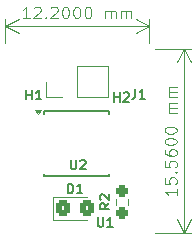
<source format=gbr>
%TF.GenerationSoftware,KiCad,Pcbnew,8.0.1*%
%TF.CreationDate,2025-01-22T18:04:17-07:00*%
%TF.ProjectId,AlcoholSensor,416c636f-686f-46c5-9365-6e736f722e6b,rev?*%
%TF.SameCoordinates,Original*%
%TF.FileFunction,Legend,Top*%
%TF.FilePolarity,Positive*%
%FSLAX46Y46*%
G04 Gerber Fmt 4.6, Leading zero omitted, Abs format (unit mm)*
G04 Created by KiCad (PCBNEW 8.0.1) date 2025-01-22 18:04:17*
%MOMM*%
%LPD*%
G01*
G04 APERTURE LIST*
G04 Aperture macros list*
%AMRoundRect*
0 Rectangle with rounded corners*
0 $1 Rounding radius*
0 $2 $3 $4 $5 $6 $7 $8 $9 X,Y pos of 4 corners*
0 Add a 4 corners polygon primitive as box body*
4,1,4,$2,$3,$4,$5,$6,$7,$8,$9,$2,$3,0*
0 Add four circle primitives for the rounded corners*
1,1,$1+$1,$2,$3*
1,1,$1+$1,$4,$5*
1,1,$1+$1,$6,$7*
1,1,$1+$1,$8,$9*
0 Add four rect primitives between the rounded corners*
20,1,$1+$1,$2,$3,$4,$5,0*
20,1,$1+$1,$4,$5,$6,$7,0*
20,1,$1+$1,$6,$7,$8,$9,0*
20,1,$1+$1,$8,$9,$2,$3,0*%
G04 Aperture macros list end*
%ADD10C,0.100000*%
%ADD11C,0.150000*%
%ADD12C,0.120000*%
%ADD13C,2.500000*%
%ADD14RoundRect,0.237500X0.237500X-0.250000X0.237500X0.250000X-0.237500X0.250000X-0.237500X-0.250000X0*%
%ADD15R,1.700000X0.650000*%
%ADD16RoundRect,0.250000X-0.325000X-0.450000X0.325000X-0.450000X0.325000X0.450000X-0.325000X0.450000X0*%
%ADD17R,1.700000X1.700000*%
%ADD18O,1.700000X1.700000*%
G04 APERTURE END LIST*
D10*
X176742381Y-71327419D02*
X176170953Y-71327419D01*
X176456667Y-71327419D02*
X176456667Y-70327419D01*
X176456667Y-70327419D02*
X176361429Y-70470276D01*
X176361429Y-70470276D02*
X176266191Y-70565514D01*
X176266191Y-70565514D02*
X176170953Y-70613133D01*
X177123334Y-70422657D02*
X177170953Y-70375038D01*
X177170953Y-70375038D02*
X177266191Y-70327419D01*
X177266191Y-70327419D02*
X177504286Y-70327419D01*
X177504286Y-70327419D02*
X177599524Y-70375038D01*
X177599524Y-70375038D02*
X177647143Y-70422657D01*
X177647143Y-70422657D02*
X177694762Y-70517895D01*
X177694762Y-70517895D02*
X177694762Y-70613133D01*
X177694762Y-70613133D02*
X177647143Y-70755990D01*
X177647143Y-70755990D02*
X177075715Y-71327419D01*
X177075715Y-71327419D02*
X177694762Y-71327419D01*
X178123334Y-71232180D02*
X178170953Y-71279800D01*
X178170953Y-71279800D02*
X178123334Y-71327419D01*
X178123334Y-71327419D02*
X178075715Y-71279800D01*
X178075715Y-71279800D02*
X178123334Y-71232180D01*
X178123334Y-71232180D02*
X178123334Y-71327419D01*
X178551905Y-70422657D02*
X178599524Y-70375038D01*
X178599524Y-70375038D02*
X178694762Y-70327419D01*
X178694762Y-70327419D02*
X178932857Y-70327419D01*
X178932857Y-70327419D02*
X179028095Y-70375038D01*
X179028095Y-70375038D02*
X179075714Y-70422657D01*
X179075714Y-70422657D02*
X179123333Y-70517895D01*
X179123333Y-70517895D02*
X179123333Y-70613133D01*
X179123333Y-70613133D02*
X179075714Y-70755990D01*
X179075714Y-70755990D02*
X178504286Y-71327419D01*
X178504286Y-71327419D02*
X179123333Y-71327419D01*
X179742381Y-70327419D02*
X179837619Y-70327419D01*
X179837619Y-70327419D02*
X179932857Y-70375038D01*
X179932857Y-70375038D02*
X179980476Y-70422657D01*
X179980476Y-70422657D02*
X180028095Y-70517895D01*
X180028095Y-70517895D02*
X180075714Y-70708371D01*
X180075714Y-70708371D02*
X180075714Y-70946466D01*
X180075714Y-70946466D02*
X180028095Y-71136942D01*
X180028095Y-71136942D02*
X179980476Y-71232180D01*
X179980476Y-71232180D02*
X179932857Y-71279800D01*
X179932857Y-71279800D02*
X179837619Y-71327419D01*
X179837619Y-71327419D02*
X179742381Y-71327419D01*
X179742381Y-71327419D02*
X179647143Y-71279800D01*
X179647143Y-71279800D02*
X179599524Y-71232180D01*
X179599524Y-71232180D02*
X179551905Y-71136942D01*
X179551905Y-71136942D02*
X179504286Y-70946466D01*
X179504286Y-70946466D02*
X179504286Y-70708371D01*
X179504286Y-70708371D02*
X179551905Y-70517895D01*
X179551905Y-70517895D02*
X179599524Y-70422657D01*
X179599524Y-70422657D02*
X179647143Y-70375038D01*
X179647143Y-70375038D02*
X179742381Y-70327419D01*
X180694762Y-70327419D02*
X180790000Y-70327419D01*
X180790000Y-70327419D02*
X180885238Y-70375038D01*
X180885238Y-70375038D02*
X180932857Y-70422657D01*
X180932857Y-70422657D02*
X180980476Y-70517895D01*
X180980476Y-70517895D02*
X181028095Y-70708371D01*
X181028095Y-70708371D02*
X181028095Y-70946466D01*
X181028095Y-70946466D02*
X180980476Y-71136942D01*
X180980476Y-71136942D02*
X180932857Y-71232180D01*
X180932857Y-71232180D02*
X180885238Y-71279800D01*
X180885238Y-71279800D02*
X180790000Y-71327419D01*
X180790000Y-71327419D02*
X180694762Y-71327419D01*
X180694762Y-71327419D02*
X180599524Y-71279800D01*
X180599524Y-71279800D02*
X180551905Y-71232180D01*
X180551905Y-71232180D02*
X180504286Y-71136942D01*
X180504286Y-71136942D02*
X180456667Y-70946466D01*
X180456667Y-70946466D02*
X180456667Y-70708371D01*
X180456667Y-70708371D02*
X180504286Y-70517895D01*
X180504286Y-70517895D02*
X180551905Y-70422657D01*
X180551905Y-70422657D02*
X180599524Y-70375038D01*
X180599524Y-70375038D02*
X180694762Y-70327419D01*
X181647143Y-70327419D02*
X181742381Y-70327419D01*
X181742381Y-70327419D02*
X181837619Y-70375038D01*
X181837619Y-70375038D02*
X181885238Y-70422657D01*
X181885238Y-70422657D02*
X181932857Y-70517895D01*
X181932857Y-70517895D02*
X181980476Y-70708371D01*
X181980476Y-70708371D02*
X181980476Y-70946466D01*
X181980476Y-70946466D02*
X181932857Y-71136942D01*
X181932857Y-71136942D02*
X181885238Y-71232180D01*
X181885238Y-71232180D02*
X181837619Y-71279800D01*
X181837619Y-71279800D02*
X181742381Y-71327419D01*
X181742381Y-71327419D02*
X181647143Y-71327419D01*
X181647143Y-71327419D02*
X181551905Y-71279800D01*
X181551905Y-71279800D02*
X181504286Y-71232180D01*
X181504286Y-71232180D02*
X181456667Y-71136942D01*
X181456667Y-71136942D02*
X181409048Y-70946466D01*
X181409048Y-70946466D02*
X181409048Y-70708371D01*
X181409048Y-70708371D02*
X181456667Y-70517895D01*
X181456667Y-70517895D02*
X181504286Y-70422657D01*
X181504286Y-70422657D02*
X181551905Y-70375038D01*
X181551905Y-70375038D02*
X181647143Y-70327419D01*
X183170953Y-71327419D02*
X183170953Y-70660752D01*
X183170953Y-70755990D02*
X183218572Y-70708371D01*
X183218572Y-70708371D02*
X183313810Y-70660752D01*
X183313810Y-70660752D02*
X183456667Y-70660752D01*
X183456667Y-70660752D02*
X183551905Y-70708371D01*
X183551905Y-70708371D02*
X183599524Y-70803609D01*
X183599524Y-70803609D02*
X183599524Y-71327419D01*
X183599524Y-70803609D02*
X183647143Y-70708371D01*
X183647143Y-70708371D02*
X183742381Y-70660752D01*
X183742381Y-70660752D02*
X183885238Y-70660752D01*
X183885238Y-70660752D02*
X183980477Y-70708371D01*
X183980477Y-70708371D02*
X184028096Y-70803609D01*
X184028096Y-70803609D02*
X184028096Y-71327419D01*
X184504286Y-71327419D02*
X184504286Y-70660752D01*
X184504286Y-70755990D02*
X184551905Y-70708371D01*
X184551905Y-70708371D02*
X184647143Y-70660752D01*
X184647143Y-70660752D02*
X184790000Y-70660752D01*
X184790000Y-70660752D02*
X184885238Y-70708371D01*
X184885238Y-70708371D02*
X184932857Y-70803609D01*
X184932857Y-70803609D02*
X184932857Y-71327419D01*
X184932857Y-70803609D02*
X184980476Y-70708371D01*
X184980476Y-70708371D02*
X185075714Y-70660752D01*
X185075714Y-70660752D02*
X185218571Y-70660752D01*
X185218571Y-70660752D02*
X185313810Y-70708371D01*
X185313810Y-70708371D02*
X185361429Y-70803609D01*
X185361429Y-70803609D02*
X185361429Y-71327419D01*
X174690000Y-73415000D02*
X174690000Y-71383580D01*
X186890000Y-73415000D02*
X186890000Y-71383580D01*
X174690000Y-71970000D02*
X186890000Y-71970000D01*
X174690000Y-71970000D02*
X186890000Y-71970000D01*
X174690000Y-71970000D02*
X175816504Y-71383579D01*
X174690000Y-71970000D02*
X175816504Y-72556421D01*
X186890000Y-71970000D02*
X185763496Y-72556421D01*
X186890000Y-71970000D02*
X185763496Y-71383579D01*
X189197419Y-85742618D02*
X189197419Y-86314046D01*
X189197419Y-86028332D02*
X188197419Y-86028332D01*
X188197419Y-86028332D02*
X188340276Y-86123570D01*
X188340276Y-86123570D02*
X188435514Y-86218808D01*
X188435514Y-86218808D02*
X188483133Y-86314046D01*
X188197419Y-84837856D02*
X188197419Y-85314046D01*
X188197419Y-85314046D02*
X188673609Y-85361665D01*
X188673609Y-85361665D02*
X188625990Y-85314046D01*
X188625990Y-85314046D02*
X188578371Y-85218808D01*
X188578371Y-85218808D02*
X188578371Y-84980713D01*
X188578371Y-84980713D02*
X188625990Y-84885475D01*
X188625990Y-84885475D02*
X188673609Y-84837856D01*
X188673609Y-84837856D02*
X188768847Y-84790237D01*
X188768847Y-84790237D02*
X189006942Y-84790237D01*
X189006942Y-84790237D02*
X189102180Y-84837856D01*
X189102180Y-84837856D02*
X189149800Y-84885475D01*
X189149800Y-84885475D02*
X189197419Y-84980713D01*
X189197419Y-84980713D02*
X189197419Y-85218808D01*
X189197419Y-85218808D02*
X189149800Y-85314046D01*
X189149800Y-85314046D02*
X189102180Y-85361665D01*
X189102180Y-84361665D02*
X189149800Y-84314046D01*
X189149800Y-84314046D02*
X189197419Y-84361665D01*
X189197419Y-84361665D02*
X189149800Y-84409284D01*
X189149800Y-84409284D02*
X189102180Y-84361665D01*
X189102180Y-84361665D02*
X189197419Y-84361665D01*
X188197419Y-83409285D02*
X188197419Y-83885475D01*
X188197419Y-83885475D02*
X188673609Y-83933094D01*
X188673609Y-83933094D02*
X188625990Y-83885475D01*
X188625990Y-83885475D02*
X188578371Y-83790237D01*
X188578371Y-83790237D02*
X188578371Y-83552142D01*
X188578371Y-83552142D02*
X188625990Y-83456904D01*
X188625990Y-83456904D02*
X188673609Y-83409285D01*
X188673609Y-83409285D02*
X188768847Y-83361666D01*
X188768847Y-83361666D02*
X189006942Y-83361666D01*
X189006942Y-83361666D02*
X189102180Y-83409285D01*
X189102180Y-83409285D02*
X189149800Y-83456904D01*
X189149800Y-83456904D02*
X189197419Y-83552142D01*
X189197419Y-83552142D02*
X189197419Y-83790237D01*
X189197419Y-83790237D02*
X189149800Y-83885475D01*
X189149800Y-83885475D02*
X189102180Y-83933094D01*
X188197419Y-82504523D02*
X188197419Y-82694999D01*
X188197419Y-82694999D02*
X188245038Y-82790237D01*
X188245038Y-82790237D02*
X188292657Y-82837856D01*
X188292657Y-82837856D02*
X188435514Y-82933094D01*
X188435514Y-82933094D02*
X188625990Y-82980713D01*
X188625990Y-82980713D02*
X189006942Y-82980713D01*
X189006942Y-82980713D02*
X189102180Y-82933094D01*
X189102180Y-82933094D02*
X189149800Y-82885475D01*
X189149800Y-82885475D02*
X189197419Y-82790237D01*
X189197419Y-82790237D02*
X189197419Y-82599761D01*
X189197419Y-82599761D02*
X189149800Y-82504523D01*
X189149800Y-82504523D02*
X189102180Y-82456904D01*
X189102180Y-82456904D02*
X189006942Y-82409285D01*
X189006942Y-82409285D02*
X188768847Y-82409285D01*
X188768847Y-82409285D02*
X188673609Y-82456904D01*
X188673609Y-82456904D02*
X188625990Y-82504523D01*
X188625990Y-82504523D02*
X188578371Y-82599761D01*
X188578371Y-82599761D02*
X188578371Y-82790237D01*
X188578371Y-82790237D02*
X188625990Y-82885475D01*
X188625990Y-82885475D02*
X188673609Y-82933094D01*
X188673609Y-82933094D02*
X188768847Y-82980713D01*
X188197419Y-81790237D02*
X188197419Y-81694999D01*
X188197419Y-81694999D02*
X188245038Y-81599761D01*
X188245038Y-81599761D02*
X188292657Y-81552142D01*
X188292657Y-81552142D02*
X188387895Y-81504523D01*
X188387895Y-81504523D02*
X188578371Y-81456904D01*
X188578371Y-81456904D02*
X188816466Y-81456904D01*
X188816466Y-81456904D02*
X189006942Y-81504523D01*
X189006942Y-81504523D02*
X189102180Y-81552142D01*
X189102180Y-81552142D02*
X189149800Y-81599761D01*
X189149800Y-81599761D02*
X189197419Y-81694999D01*
X189197419Y-81694999D02*
X189197419Y-81790237D01*
X189197419Y-81790237D02*
X189149800Y-81885475D01*
X189149800Y-81885475D02*
X189102180Y-81933094D01*
X189102180Y-81933094D02*
X189006942Y-81980713D01*
X189006942Y-81980713D02*
X188816466Y-82028332D01*
X188816466Y-82028332D02*
X188578371Y-82028332D01*
X188578371Y-82028332D02*
X188387895Y-81980713D01*
X188387895Y-81980713D02*
X188292657Y-81933094D01*
X188292657Y-81933094D02*
X188245038Y-81885475D01*
X188245038Y-81885475D02*
X188197419Y-81790237D01*
X188197419Y-80837856D02*
X188197419Y-80742618D01*
X188197419Y-80742618D02*
X188245038Y-80647380D01*
X188245038Y-80647380D02*
X188292657Y-80599761D01*
X188292657Y-80599761D02*
X188387895Y-80552142D01*
X188387895Y-80552142D02*
X188578371Y-80504523D01*
X188578371Y-80504523D02*
X188816466Y-80504523D01*
X188816466Y-80504523D02*
X189006942Y-80552142D01*
X189006942Y-80552142D02*
X189102180Y-80599761D01*
X189102180Y-80599761D02*
X189149800Y-80647380D01*
X189149800Y-80647380D02*
X189197419Y-80742618D01*
X189197419Y-80742618D02*
X189197419Y-80837856D01*
X189197419Y-80837856D02*
X189149800Y-80933094D01*
X189149800Y-80933094D02*
X189102180Y-80980713D01*
X189102180Y-80980713D02*
X189006942Y-81028332D01*
X189006942Y-81028332D02*
X188816466Y-81075951D01*
X188816466Y-81075951D02*
X188578371Y-81075951D01*
X188578371Y-81075951D02*
X188387895Y-81028332D01*
X188387895Y-81028332D02*
X188292657Y-80980713D01*
X188292657Y-80980713D02*
X188245038Y-80933094D01*
X188245038Y-80933094D02*
X188197419Y-80837856D01*
X189197419Y-79314046D02*
X188530752Y-79314046D01*
X188625990Y-79314046D02*
X188578371Y-79266427D01*
X188578371Y-79266427D02*
X188530752Y-79171189D01*
X188530752Y-79171189D02*
X188530752Y-79028332D01*
X188530752Y-79028332D02*
X188578371Y-78933094D01*
X188578371Y-78933094D02*
X188673609Y-78885475D01*
X188673609Y-78885475D02*
X189197419Y-78885475D01*
X188673609Y-78885475D02*
X188578371Y-78837856D01*
X188578371Y-78837856D02*
X188530752Y-78742618D01*
X188530752Y-78742618D02*
X188530752Y-78599761D01*
X188530752Y-78599761D02*
X188578371Y-78504522D01*
X188578371Y-78504522D02*
X188673609Y-78456903D01*
X188673609Y-78456903D02*
X189197419Y-78456903D01*
X189197419Y-77980713D02*
X188530752Y-77980713D01*
X188625990Y-77980713D02*
X188578371Y-77933094D01*
X188578371Y-77933094D02*
X188530752Y-77837856D01*
X188530752Y-77837856D02*
X188530752Y-77694999D01*
X188530752Y-77694999D02*
X188578371Y-77599761D01*
X188578371Y-77599761D02*
X188673609Y-77552142D01*
X188673609Y-77552142D02*
X189197419Y-77552142D01*
X188673609Y-77552142D02*
X188578371Y-77504523D01*
X188578371Y-77504523D02*
X188530752Y-77409285D01*
X188530752Y-77409285D02*
X188530752Y-77266428D01*
X188530752Y-77266428D02*
X188578371Y-77171189D01*
X188578371Y-77171189D02*
X188673609Y-77123570D01*
X188673609Y-77123570D02*
X189197419Y-77123570D01*
X187390000Y-73915000D02*
X190426420Y-73915000D01*
X187390000Y-89475000D02*
X190426420Y-89475000D01*
X189840000Y-73915000D02*
X189840000Y-89475000D01*
X189840000Y-73915000D02*
X189840000Y-89475000D01*
X189840000Y-73915000D02*
X190426421Y-75041504D01*
X189840000Y-73915000D02*
X189253579Y-75041504D01*
X189840000Y-89475000D02*
X189253579Y-88348496D01*
X189840000Y-89475000D02*
X190426421Y-88348496D01*
D11*
X182520476Y-88182295D02*
X182520476Y-88829914D01*
X182520476Y-88829914D02*
X182558571Y-88906104D01*
X182558571Y-88906104D02*
X182596666Y-88944200D01*
X182596666Y-88944200D02*
X182672857Y-88982295D01*
X182672857Y-88982295D02*
X182825238Y-88982295D01*
X182825238Y-88982295D02*
X182901428Y-88944200D01*
X182901428Y-88944200D02*
X182939523Y-88906104D01*
X182939523Y-88906104D02*
X182977619Y-88829914D01*
X182977619Y-88829914D02*
X182977619Y-88182295D01*
X183777618Y-88982295D02*
X183320475Y-88982295D01*
X183549047Y-88982295D02*
X183549047Y-88182295D01*
X183549047Y-88182295D02*
X183472856Y-88296580D01*
X183472856Y-88296580D02*
X183396666Y-88372771D01*
X183396666Y-88372771D02*
X183320475Y-88410866D01*
X183930476Y-78392295D02*
X183930476Y-77592295D01*
X183930476Y-77973247D02*
X184387619Y-77973247D01*
X184387619Y-78392295D02*
X184387619Y-77592295D01*
X184730475Y-77668485D02*
X184768571Y-77630390D01*
X184768571Y-77630390D02*
X184844761Y-77592295D01*
X184844761Y-77592295D02*
X185035237Y-77592295D01*
X185035237Y-77592295D02*
X185111428Y-77630390D01*
X185111428Y-77630390D02*
X185149523Y-77668485D01*
X185149523Y-77668485D02*
X185187618Y-77744676D01*
X185187618Y-77744676D02*
X185187618Y-77820866D01*
X185187618Y-77820866D02*
X185149523Y-77935152D01*
X185149523Y-77935152D02*
X184692380Y-78392295D01*
X184692380Y-78392295D02*
X185187618Y-78392295D01*
X176480476Y-78192295D02*
X176480476Y-77392295D01*
X176480476Y-77773247D02*
X176937619Y-77773247D01*
X176937619Y-78192295D02*
X176937619Y-77392295D01*
X177737618Y-78192295D02*
X177280475Y-78192295D01*
X177509047Y-78192295D02*
X177509047Y-77392295D01*
X177509047Y-77392295D02*
X177432856Y-77506580D01*
X177432856Y-77506580D02*
X177356666Y-77582771D01*
X177356666Y-77582771D02*
X177280475Y-77620866D01*
X183482295Y-86995832D02*
X183101342Y-87262499D01*
X183482295Y-87452975D02*
X182682295Y-87452975D01*
X182682295Y-87452975D02*
X182682295Y-87148213D01*
X182682295Y-87148213D02*
X182720390Y-87072023D01*
X182720390Y-87072023D02*
X182758485Y-87033928D01*
X182758485Y-87033928D02*
X182834676Y-86995832D01*
X182834676Y-86995832D02*
X182948961Y-86995832D01*
X182948961Y-86995832D02*
X183025152Y-87033928D01*
X183025152Y-87033928D02*
X183063247Y-87072023D01*
X183063247Y-87072023D02*
X183101342Y-87148213D01*
X183101342Y-87148213D02*
X183101342Y-87452975D01*
X182758485Y-86691071D02*
X182720390Y-86652975D01*
X182720390Y-86652975D02*
X182682295Y-86576785D01*
X182682295Y-86576785D02*
X182682295Y-86386309D01*
X182682295Y-86386309D02*
X182720390Y-86310118D01*
X182720390Y-86310118D02*
X182758485Y-86272023D01*
X182758485Y-86272023D02*
X182834676Y-86233928D01*
X182834676Y-86233928D02*
X182910866Y-86233928D01*
X182910866Y-86233928D02*
X183025152Y-86272023D01*
X183025152Y-86272023D02*
X183482295Y-86729166D01*
X183482295Y-86729166D02*
X183482295Y-86233928D01*
X180240476Y-83312295D02*
X180240476Y-83959914D01*
X180240476Y-83959914D02*
X180278571Y-84036104D01*
X180278571Y-84036104D02*
X180316666Y-84074200D01*
X180316666Y-84074200D02*
X180392857Y-84112295D01*
X180392857Y-84112295D02*
X180545238Y-84112295D01*
X180545238Y-84112295D02*
X180621428Y-84074200D01*
X180621428Y-84074200D02*
X180659523Y-84036104D01*
X180659523Y-84036104D02*
X180697619Y-83959914D01*
X180697619Y-83959914D02*
X180697619Y-83312295D01*
X181040475Y-83388485D02*
X181078571Y-83350390D01*
X181078571Y-83350390D02*
X181154761Y-83312295D01*
X181154761Y-83312295D02*
X181345237Y-83312295D01*
X181345237Y-83312295D02*
X181421428Y-83350390D01*
X181421428Y-83350390D02*
X181459523Y-83388485D01*
X181459523Y-83388485D02*
X181497618Y-83464676D01*
X181497618Y-83464676D02*
X181497618Y-83540866D01*
X181497618Y-83540866D02*
X181459523Y-83655152D01*
X181459523Y-83655152D02*
X181002380Y-84112295D01*
X181002380Y-84112295D02*
X181497618Y-84112295D01*
X179994524Y-86122295D02*
X179994524Y-85322295D01*
X179994524Y-85322295D02*
X180185000Y-85322295D01*
X180185000Y-85322295D02*
X180299286Y-85360390D01*
X180299286Y-85360390D02*
X180375476Y-85436580D01*
X180375476Y-85436580D02*
X180413571Y-85512771D01*
X180413571Y-85512771D02*
X180451667Y-85665152D01*
X180451667Y-85665152D02*
X180451667Y-85779438D01*
X180451667Y-85779438D02*
X180413571Y-85931819D01*
X180413571Y-85931819D02*
X180375476Y-86008009D01*
X180375476Y-86008009D02*
X180299286Y-86084200D01*
X180299286Y-86084200D02*
X180185000Y-86122295D01*
X180185000Y-86122295D02*
X179994524Y-86122295D01*
X181213571Y-86122295D02*
X180756428Y-86122295D01*
X180985000Y-86122295D02*
X180985000Y-85322295D01*
X180985000Y-85322295D02*
X180908809Y-85436580D01*
X180908809Y-85436580D02*
X180832619Y-85512771D01*
X180832619Y-85512771D02*
X180756428Y-85550866D01*
X185713333Y-77322295D02*
X185713333Y-77893723D01*
X185713333Y-77893723D02*
X185675238Y-78008009D01*
X185675238Y-78008009D02*
X185599047Y-78084200D01*
X185599047Y-78084200D02*
X185484762Y-78122295D01*
X185484762Y-78122295D02*
X185408571Y-78122295D01*
X186513333Y-78122295D02*
X186056190Y-78122295D01*
X186284762Y-78122295D02*
X186284762Y-77322295D01*
X186284762Y-77322295D02*
X186208571Y-77436580D01*
X186208571Y-77436580D02*
X186132381Y-77512771D01*
X186132381Y-77512771D02*
X186056190Y-77550866D01*
D12*
%TO.C,R2*%
X184027500Y-87117224D02*
X184027500Y-86607776D01*
X185072500Y-87117224D02*
X185072500Y-86607776D01*
D11*
%TO.C,U2*%
X178010000Y-79190000D02*
X178010000Y-79395000D01*
X178010000Y-79190000D02*
X183510000Y-79190000D01*
X178010000Y-84700000D02*
X178010000Y-84495000D01*
X178010000Y-84700000D02*
X183510000Y-84700000D01*
X183510000Y-79190000D02*
X183510000Y-79395000D01*
X183510000Y-84700000D02*
X183510000Y-84495000D01*
D12*
X177460000Y-79445000D02*
X177220000Y-79115000D01*
X177700000Y-79115000D01*
X177460000Y-79445000D01*
G36*
X177460000Y-79445000D02*
G01*
X177220000Y-79115000D01*
X177700000Y-79115000D01*
X177460000Y-79445000D01*
G37*
%TO.C,D1*%
X178725000Y-86450000D02*
X178725000Y-88370000D01*
X178725000Y-88370000D02*
X181585000Y-88370000D01*
X181585000Y-86450000D02*
X178725000Y-86450000D01*
%TO.C,J1*%
X178170000Y-78020000D02*
X178170000Y-76690000D01*
X179500000Y-78020000D02*
X178170000Y-78020000D01*
X180770000Y-75360000D02*
X183370000Y-75360000D01*
X180770000Y-78020000D02*
X180770000Y-75360000D01*
X180770000Y-78020000D02*
X183370000Y-78020000D01*
X183370000Y-78020000D02*
X183370000Y-75360000D01*
%TD*%
%LPC*%
D13*
%TO.C,H2*%
X185000000Y-76000000D03*
%TD*%
%TO.C,H1*%
X176500000Y-76000000D03*
%TD*%
D14*
%TO.C,R2*%
X184550000Y-87775000D03*
X184550000Y-85950000D03*
%TD*%
D15*
%TO.C,U2*%
X177110000Y-80040000D03*
X177110000Y-81310000D03*
X177110000Y-82580000D03*
X177110000Y-83850000D03*
X184410000Y-83850000D03*
X184410000Y-82580000D03*
X184410000Y-81310000D03*
X184410000Y-80040000D03*
%TD*%
D16*
%TO.C,D1*%
X179560000Y-87410000D03*
X181610000Y-87410000D03*
%TD*%
D17*
%TO.C,J1*%
X179500000Y-76690000D03*
D18*
X182040000Y-76690000D03*
%TD*%
%LPD*%
M02*

</source>
